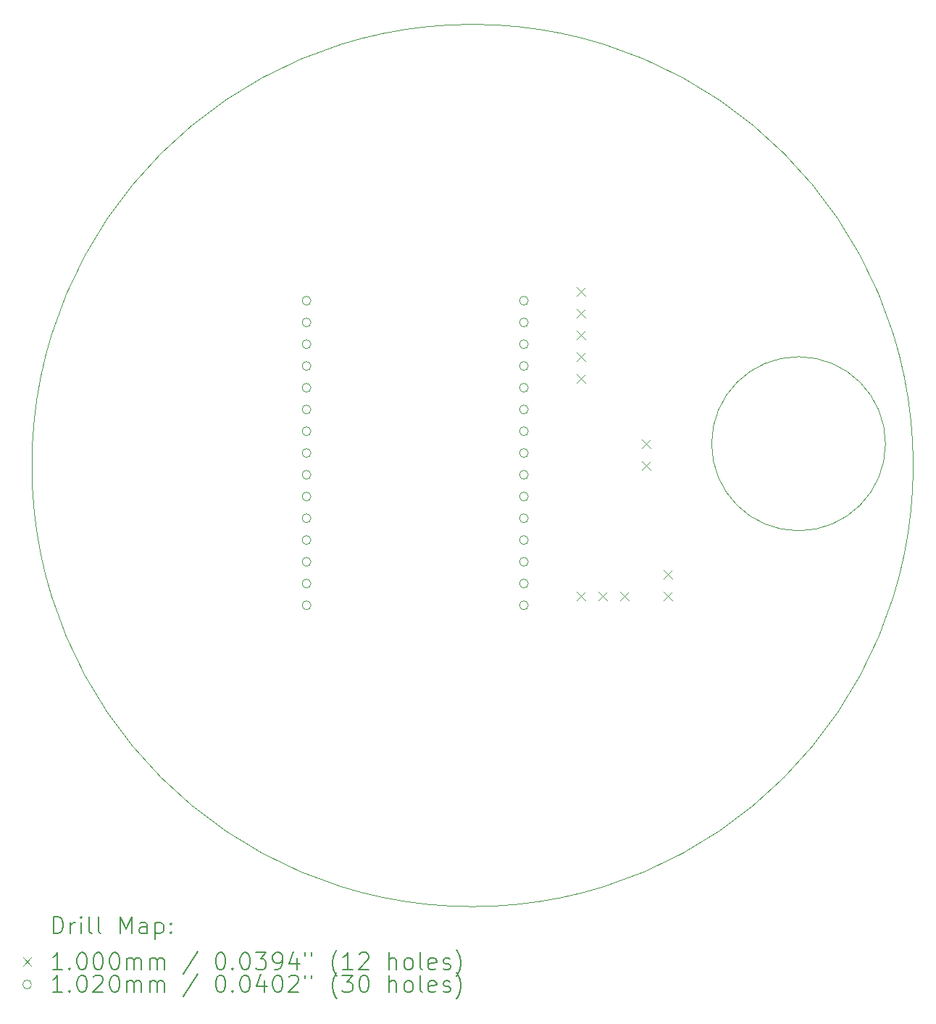
<source format=gbr>
%TF.GenerationSoftware,KiCad,Pcbnew,(6.0.9)*%
%TF.CreationDate,2023-01-15T17:57:40-06:00*%
%TF.ProjectId,URVBuoyancyEngine,55525642-756f-4796-916e-6379456e6769,rev?*%
%TF.SameCoordinates,Original*%
%TF.FileFunction,Drillmap*%
%TF.FilePolarity,Positive*%
%FSLAX45Y45*%
G04 Gerber Fmt 4.5, Leading zero omitted, Abs format (unit mm)*
G04 Created by KiCad (PCBNEW (6.0.9)) date 2023-01-15 17:57:40*
%MOMM*%
%LPD*%
G01*
G04 APERTURE LIST*
%ADD10C,0.100000*%
%ADD11C,0.200000*%
%ADD12C,0.102000*%
G04 APERTURE END LIST*
D10*
X13462000Y-8890000D02*
G75*
G03*
X13462000Y-8890000I-1016000J0D01*
G01*
X13786000Y-9144000D02*
G75*
G03*
X13786000Y-9144000I-5150000J0D01*
G01*
D11*
D10*
X9856000Y-7062000D02*
X9956000Y-7162000D01*
X9956000Y-7062000D02*
X9856000Y-7162000D01*
X9856000Y-7316000D02*
X9956000Y-7416000D01*
X9956000Y-7316000D02*
X9856000Y-7416000D01*
X9856000Y-7570000D02*
X9956000Y-7670000D01*
X9956000Y-7570000D02*
X9856000Y-7670000D01*
X9856000Y-7824000D02*
X9956000Y-7924000D01*
X9956000Y-7824000D02*
X9856000Y-7924000D01*
X9856000Y-8078000D02*
X9956000Y-8178000D01*
X9956000Y-8078000D02*
X9856000Y-8178000D01*
X9856000Y-10618000D02*
X9956000Y-10718000D01*
X9956000Y-10618000D02*
X9856000Y-10718000D01*
X10110000Y-10618000D02*
X10210000Y-10718000D01*
X10210000Y-10618000D02*
X10110000Y-10718000D01*
X10364000Y-10618000D02*
X10464000Y-10718000D01*
X10464000Y-10618000D02*
X10364000Y-10718000D01*
X10618000Y-8840000D02*
X10718000Y-8940000D01*
X10718000Y-8840000D02*
X10618000Y-8940000D01*
X10618000Y-9094000D02*
X10718000Y-9194000D01*
X10718000Y-9094000D02*
X10618000Y-9194000D01*
X10872000Y-10364000D02*
X10972000Y-10464000D01*
X10972000Y-10364000D02*
X10872000Y-10464000D01*
X10872000Y-10618000D02*
X10972000Y-10718000D01*
X10972000Y-10618000D02*
X10872000Y-10718000D01*
D12*
X6746500Y-7220000D02*
G75*
G03*
X6746500Y-7220000I-51000J0D01*
G01*
X6746500Y-7474000D02*
G75*
G03*
X6746500Y-7474000I-51000J0D01*
G01*
X6746500Y-7728000D02*
G75*
G03*
X6746500Y-7728000I-51000J0D01*
G01*
X6746500Y-7982000D02*
G75*
G03*
X6746500Y-7982000I-51000J0D01*
G01*
X6746500Y-8236000D02*
G75*
G03*
X6746500Y-8236000I-51000J0D01*
G01*
X6746500Y-8490000D02*
G75*
G03*
X6746500Y-8490000I-51000J0D01*
G01*
X6746500Y-8744000D02*
G75*
G03*
X6746500Y-8744000I-51000J0D01*
G01*
X6746500Y-8998000D02*
G75*
G03*
X6746500Y-8998000I-51000J0D01*
G01*
X6746500Y-9252000D02*
G75*
G03*
X6746500Y-9252000I-51000J0D01*
G01*
X6746500Y-9506000D02*
G75*
G03*
X6746500Y-9506000I-51000J0D01*
G01*
X6746500Y-9760000D02*
G75*
G03*
X6746500Y-9760000I-51000J0D01*
G01*
X6746500Y-10014000D02*
G75*
G03*
X6746500Y-10014000I-51000J0D01*
G01*
X6746500Y-10268000D02*
G75*
G03*
X6746500Y-10268000I-51000J0D01*
G01*
X6746500Y-10522000D02*
G75*
G03*
X6746500Y-10522000I-51000J0D01*
G01*
X6746500Y-10776000D02*
G75*
G03*
X6746500Y-10776000I-51000J0D01*
G01*
X9286500Y-7220000D02*
G75*
G03*
X9286500Y-7220000I-51000J0D01*
G01*
X9286500Y-7474000D02*
G75*
G03*
X9286500Y-7474000I-51000J0D01*
G01*
X9286500Y-7728000D02*
G75*
G03*
X9286500Y-7728000I-51000J0D01*
G01*
X9286500Y-7982000D02*
G75*
G03*
X9286500Y-7982000I-51000J0D01*
G01*
X9286500Y-8236000D02*
G75*
G03*
X9286500Y-8236000I-51000J0D01*
G01*
X9286500Y-8490000D02*
G75*
G03*
X9286500Y-8490000I-51000J0D01*
G01*
X9286500Y-8744000D02*
G75*
G03*
X9286500Y-8744000I-51000J0D01*
G01*
X9286500Y-8998000D02*
G75*
G03*
X9286500Y-8998000I-51000J0D01*
G01*
X9286500Y-9252000D02*
G75*
G03*
X9286500Y-9252000I-51000J0D01*
G01*
X9286500Y-9506000D02*
G75*
G03*
X9286500Y-9506000I-51000J0D01*
G01*
X9286500Y-9760000D02*
G75*
G03*
X9286500Y-9760000I-51000J0D01*
G01*
X9286500Y-10014000D02*
G75*
G03*
X9286500Y-10014000I-51000J0D01*
G01*
X9286500Y-10268000D02*
G75*
G03*
X9286500Y-10268000I-51000J0D01*
G01*
X9286500Y-10522000D02*
G75*
G03*
X9286500Y-10522000I-51000J0D01*
G01*
X9286500Y-10776000D02*
G75*
G03*
X9286500Y-10776000I-51000J0D01*
G01*
D11*
X3738619Y-14609476D02*
X3738619Y-14409476D01*
X3786238Y-14409476D01*
X3814809Y-14419000D01*
X3833857Y-14438048D01*
X3843381Y-14457095D01*
X3852905Y-14495190D01*
X3852905Y-14523762D01*
X3843381Y-14561857D01*
X3833857Y-14580905D01*
X3814809Y-14599952D01*
X3786238Y-14609476D01*
X3738619Y-14609476D01*
X3938619Y-14609476D02*
X3938619Y-14476143D01*
X3938619Y-14514238D02*
X3948143Y-14495190D01*
X3957667Y-14485667D01*
X3976714Y-14476143D01*
X3995762Y-14476143D01*
X4062428Y-14609476D02*
X4062428Y-14476143D01*
X4062428Y-14409476D02*
X4052905Y-14419000D01*
X4062428Y-14428524D01*
X4071952Y-14419000D01*
X4062428Y-14409476D01*
X4062428Y-14428524D01*
X4186238Y-14609476D02*
X4167190Y-14599952D01*
X4157667Y-14580905D01*
X4157667Y-14409476D01*
X4291000Y-14609476D02*
X4271952Y-14599952D01*
X4262429Y-14580905D01*
X4262429Y-14409476D01*
X4519571Y-14609476D02*
X4519571Y-14409476D01*
X4586238Y-14552333D01*
X4652905Y-14409476D01*
X4652905Y-14609476D01*
X4833857Y-14609476D02*
X4833857Y-14504714D01*
X4824333Y-14485667D01*
X4805286Y-14476143D01*
X4767190Y-14476143D01*
X4748143Y-14485667D01*
X4833857Y-14599952D02*
X4814810Y-14609476D01*
X4767190Y-14609476D01*
X4748143Y-14599952D01*
X4738619Y-14580905D01*
X4738619Y-14561857D01*
X4748143Y-14542809D01*
X4767190Y-14533286D01*
X4814810Y-14533286D01*
X4833857Y-14523762D01*
X4929095Y-14476143D02*
X4929095Y-14676143D01*
X4929095Y-14485667D02*
X4948143Y-14476143D01*
X4986238Y-14476143D01*
X5005286Y-14485667D01*
X5014810Y-14495190D01*
X5024333Y-14514238D01*
X5024333Y-14571381D01*
X5014810Y-14590428D01*
X5005286Y-14599952D01*
X4986238Y-14609476D01*
X4948143Y-14609476D01*
X4929095Y-14599952D01*
X5110048Y-14590428D02*
X5119571Y-14599952D01*
X5110048Y-14609476D01*
X5100524Y-14599952D01*
X5110048Y-14590428D01*
X5110048Y-14609476D01*
X5110048Y-14485667D02*
X5119571Y-14495190D01*
X5110048Y-14504714D01*
X5100524Y-14495190D01*
X5110048Y-14485667D01*
X5110048Y-14504714D01*
D10*
X3381000Y-14889000D02*
X3481000Y-14989000D01*
X3481000Y-14889000D02*
X3381000Y-14989000D01*
D11*
X3843381Y-15029476D02*
X3729095Y-15029476D01*
X3786238Y-15029476D02*
X3786238Y-14829476D01*
X3767190Y-14858048D01*
X3748143Y-14877095D01*
X3729095Y-14886619D01*
X3929095Y-15010428D02*
X3938619Y-15019952D01*
X3929095Y-15029476D01*
X3919571Y-15019952D01*
X3929095Y-15010428D01*
X3929095Y-15029476D01*
X4062428Y-14829476D02*
X4081476Y-14829476D01*
X4100524Y-14839000D01*
X4110048Y-14848524D01*
X4119571Y-14867571D01*
X4129095Y-14905667D01*
X4129095Y-14953286D01*
X4119571Y-14991381D01*
X4110048Y-15010428D01*
X4100524Y-15019952D01*
X4081476Y-15029476D01*
X4062428Y-15029476D01*
X4043381Y-15019952D01*
X4033857Y-15010428D01*
X4024333Y-14991381D01*
X4014809Y-14953286D01*
X4014809Y-14905667D01*
X4024333Y-14867571D01*
X4033857Y-14848524D01*
X4043381Y-14839000D01*
X4062428Y-14829476D01*
X4252905Y-14829476D02*
X4271952Y-14829476D01*
X4291000Y-14839000D01*
X4300524Y-14848524D01*
X4310048Y-14867571D01*
X4319571Y-14905667D01*
X4319571Y-14953286D01*
X4310048Y-14991381D01*
X4300524Y-15010428D01*
X4291000Y-15019952D01*
X4271952Y-15029476D01*
X4252905Y-15029476D01*
X4233857Y-15019952D01*
X4224333Y-15010428D01*
X4214810Y-14991381D01*
X4205286Y-14953286D01*
X4205286Y-14905667D01*
X4214810Y-14867571D01*
X4224333Y-14848524D01*
X4233857Y-14839000D01*
X4252905Y-14829476D01*
X4443381Y-14829476D02*
X4462429Y-14829476D01*
X4481476Y-14839000D01*
X4491000Y-14848524D01*
X4500524Y-14867571D01*
X4510048Y-14905667D01*
X4510048Y-14953286D01*
X4500524Y-14991381D01*
X4491000Y-15010428D01*
X4481476Y-15019952D01*
X4462429Y-15029476D01*
X4443381Y-15029476D01*
X4424333Y-15019952D01*
X4414810Y-15010428D01*
X4405286Y-14991381D01*
X4395762Y-14953286D01*
X4395762Y-14905667D01*
X4405286Y-14867571D01*
X4414810Y-14848524D01*
X4424333Y-14839000D01*
X4443381Y-14829476D01*
X4595762Y-15029476D02*
X4595762Y-14896143D01*
X4595762Y-14915190D02*
X4605286Y-14905667D01*
X4624333Y-14896143D01*
X4652905Y-14896143D01*
X4671952Y-14905667D01*
X4681476Y-14924714D01*
X4681476Y-15029476D01*
X4681476Y-14924714D02*
X4691000Y-14905667D01*
X4710048Y-14896143D01*
X4738619Y-14896143D01*
X4757667Y-14905667D01*
X4767190Y-14924714D01*
X4767190Y-15029476D01*
X4862429Y-15029476D02*
X4862429Y-14896143D01*
X4862429Y-14915190D02*
X4871952Y-14905667D01*
X4891000Y-14896143D01*
X4919571Y-14896143D01*
X4938619Y-14905667D01*
X4948143Y-14924714D01*
X4948143Y-15029476D01*
X4948143Y-14924714D02*
X4957667Y-14905667D01*
X4976714Y-14896143D01*
X5005286Y-14896143D01*
X5024333Y-14905667D01*
X5033857Y-14924714D01*
X5033857Y-15029476D01*
X5424333Y-14819952D02*
X5252905Y-15077095D01*
X5681476Y-14829476D02*
X5700524Y-14829476D01*
X5719571Y-14839000D01*
X5729095Y-14848524D01*
X5738619Y-14867571D01*
X5748143Y-14905667D01*
X5748143Y-14953286D01*
X5738619Y-14991381D01*
X5729095Y-15010428D01*
X5719571Y-15019952D01*
X5700524Y-15029476D01*
X5681476Y-15029476D01*
X5662428Y-15019952D01*
X5652905Y-15010428D01*
X5643381Y-14991381D01*
X5633857Y-14953286D01*
X5633857Y-14905667D01*
X5643381Y-14867571D01*
X5652905Y-14848524D01*
X5662428Y-14839000D01*
X5681476Y-14829476D01*
X5833857Y-15010428D02*
X5843381Y-15019952D01*
X5833857Y-15029476D01*
X5824333Y-15019952D01*
X5833857Y-15010428D01*
X5833857Y-15029476D01*
X5967190Y-14829476D02*
X5986238Y-14829476D01*
X6005286Y-14839000D01*
X6014809Y-14848524D01*
X6024333Y-14867571D01*
X6033857Y-14905667D01*
X6033857Y-14953286D01*
X6024333Y-14991381D01*
X6014809Y-15010428D01*
X6005286Y-15019952D01*
X5986238Y-15029476D01*
X5967190Y-15029476D01*
X5948143Y-15019952D01*
X5938619Y-15010428D01*
X5929095Y-14991381D01*
X5919571Y-14953286D01*
X5919571Y-14905667D01*
X5929095Y-14867571D01*
X5938619Y-14848524D01*
X5948143Y-14839000D01*
X5967190Y-14829476D01*
X6100524Y-14829476D02*
X6224333Y-14829476D01*
X6157667Y-14905667D01*
X6186238Y-14905667D01*
X6205286Y-14915190D01*
X6214809Y-14924714D01*
X6224333Y-14943762D01*
X6224333Y-14991381D01*
X6214809Y-15010428D01*
X6205286Y-15019952D01*
X6186238Y-15029476D01*
X6129095Y-15029476D01*
X6110048Y-15019952D01*
X6100524Y-15010428D01*
X6319571Y-15029476D02*
X6357667Y-15029476D01*
X6376714Y-15019952D01*
X6386238Y-15010428D01*
X6405286Y-14981857D01*
X6414809Y-14943762D01*
X6414809Y-14867571D01*
X6405286Y-14848524D01*
X6395762Y-14839000D01*
X6376714Y-14829476D01*
X6338619Y-14829476D01*
X6319571Y-14839000D01*
X6310048Y-14848524D01*
X6300524Y-14867571D01*
X6300524Y-14915190D01*
X6310048Y-14934238D01*
X6319571Y-14943762D01*
X6338619Y-14953286D01*
X6376714Y-14953286D01*
X6395762Y-14943762D01*
X6405286Y-14934238D01*
X6414809Y-14915190D01*
X6586238Y-14896143D02*
X6586238Y-15029476D01*
X6538619Y-14819952D02*
X6491000Y-14962809D01*
X6614809Y-14962809D01*
X6681476Y-14829476D02*
X6681476Y-14867571D01*
X6757667Y-14829476D02*
X6757667Y-14867571D01*
X7052905Y-15105667D02*
X7043381Y-15096143D01*
X7024333Y-15067571D01*
X7014809Y-15048524D01*
X7005286Y-15019952D01*
X6995762Y-14972333D01*
X6995762Y-14934238D01*
X7005286Y-14886619D01*
X7014809Y-14858048D01*
X7024333Y-14839000D01*
X7043381Y-14810428D01*
X7052905Y-14800905D01*
X7233857Y-15029476D02*
X7119571Y-15029476D01*
X7176714Y-15029476D02*
X7176714Y-14829476D01*
X7157667Y-14858048D01*
X7138619Y-14877095D01*
X7119571Y-14886619D01*
X7310048Y-14848524D02*
X7319571Y-14839000D01*
X7338619Y-14829476D01*
X7386238Y-14829476D01*
X7405286Y-14839000D01*
X7414809Y-14848524D01*
X7424333Y-14867571D01*
X7424333Y-14886619D01*
X7414809Y-14915190D01*
X7300524Y-15029476D01*
X7424333Y-15029476D01*
X7662428Y-15029476D02*
X7662428Y-14829476D01*
X7748143Y-15029476D02*
X7748143Y-14924714D01*
X7738619Y-14905667D01*
X7719571Y-14896143D01*
X7691000Y-14896143D01*
X7671952Y-14905667D01*
X7662428Y-14915190D01*
X7871952Y-15029476D02*
X7852905Y-15019952D01*
X7843381Y-15010428D01*
X7833857Y-14991381D01*
X7833857Y-14934238D01*
X7843381Y-14915190D01*
X7852905Y-14905667D01*
X7871952Y-14896143D01*
X7900524Y-14896143D01*
X7919571Y-14905667D01*
X7929095Y-14915190D01*
X7938619Y-14934238D01*
X7938619Y-14991381D01*
X7929095Y-15010428D01*
X7919571Y-15019952D01*
X7900524Y-15029476D01*
X7871952Y-15029476D01*
X8052905Y-15029476D02*
X8033857Y-15019952D01*
X8024333Y-15000905D01*
X8024333Y-14829476D01*
X8205286Y-15019952D02*
X8186238Y-15029476D01*
X8148143Y-15029476D01*
X8129095Y-15019952D01*
X8119571Y-15000905D01*
X8119571Y-14924714D01*
X8129095Y-14905667D01*
X8148143Y-14896143D01*
X8186238Y-14896143D01*
X8205286Y-14905667D01*
X8214809Y-14924714D01*
X8214809Y-14943762D01*
X8119571Y-14962809D01*
X8291000Y-15019952D02*
X8310048Y-15029476D01*
X8348143Y-15029476D01*
X8367190Y-15019952D01*
X8376714Y-15000905D01*
X8376714Y-14991381D01*
X8367190Y-14972333D01*
X8348143Y-14962809D01*
X8319571Y-14962809D01*
X8300524Y-14953286D01*
X8291000Y-14934238D01*
X8291000Y-14924714D01*
X8300524Y-14905667D01*
X8319571Y-14896143D01*
X8348143Y-14896143D01*
X8367190Y-14905667D01*
X8443381Y-15105667D02*
X8452905Y-15096143D01*
X8471952Y-15067571D01*
X8481476Y-15048524D01*
X8491000Y-15019952D01*
X8500524Y-14972333D01*
X8500524Y-14934238D01*
X8491000Y-14886619D01*
X8481476Y-14858048D01*
X8471952Y-14839000D01*
X8452905Y-14810428D01*
X8443381Y-14800905D01*
D12*
X3481000Y-15203000D02*
G75*
G03*
X3481000Y-15203000I-51000J0D01*
G01*
D11*
X3843381Y-15293476D02*
X3729095Y-15293476D01*
X3786238Y-15293476D02*
X3786238Y-15093476D01*
X3767190Y-15122048D01*
X3748143Y-15141095D01*
X3729095Y-15150619D01*
X3929095Y-15274428D02*
X3938619Y-15283952D01*
X3929095Y-15293476D01*
X3919571Y-15283952D01*
X3929095Y-15274428D01*
X3929095Y-15293476D01*
X4062428Y-15093476D02*
X4081476Y-15093476D01*
X4100524Y-15103000D01*
X4110048Y-15112524D01*
X4119571Y-15131571D01*
X4129095Y-15169667D01*
X4129095Y-15217286D01*
X4119571Y-15255381D01*
X4110048Y-15274428D01*
X4100524Y-15283952D01*
X4081476Y-15293476D01*
X4062428Y-15293476D01*
X4043381Y-15283952D01*
X4033857Y-15274428D01*
X4024333Y-15255381D01*
X4014809Y-15217286D01*
X4014809Y-15169667D01*
X4024333Y-15131571D01*
X4033857Y-15112524D01*
X4043381Y-15103000D01*
X4062428Y-15093476D01*
X4205286Y-15112524D02*
X4214810Y-15103000D01*
X4233857Y-15093476D01*
X4281476Y-15093476D01*
X4300524Y-15103000D01*
X4310048Y-15112524D01*
X4319571Y-15131571D01*
X4319571Y-15150619D01*
X4310048Y-15179190D01*
X4195762Y-15293476D01*
X4319571Y-15293476D01*
X4443381Y-15093476D02*
X4462429Y-15093476D01*
X4481476Y-15103000D01*
X4491000Y-15112524D01*
X4500524Y-15131571D01*
X4510048Y-15169667D01*
X4510048Y-15217286D01*
X4500524Y-15255381D01*
X4491000Y-15274428D01*
X4481476Y-15283952D01*
X4462429Y-15293476D01*
X4443381Y-15293476D01*
X4424333Y-15283952D01*
X4414810Y-15274428D01*
X4405286Y-15255381D01*
X4395762Y-15217286D01*
X4395762Y-15169667D01*
X4405286Y-15131571D01*
X4414810Y-15112524D01*
X4424333Y-15103000D01*
X4443381Y-15093476D01*
X4595762Y-15293476D02*
X4595762Y-15160143D01*
X4595762Y-15179190D02*
X4605286Y-15169667D01*
X4624333Y-15160143D01*
X4652905Y-15160143D01*
X4671952Y-15169667D01*
X4681476Y-15188714D01*
X4681476Y-15293476D01*
X4681476Y-15188714D02*
X4691000Y-15169667D01*
X4710048Y-15160143D01*
X4738619Y-15160143D01*
X4757667Y-15169667D01*
X4767190Y-15188714D01*
X4767190Y-15293476D01*
X4862429Y-15293476D02*
X4862429Y-15160143D01*
X4862429Y-15179190D02*
X4871952Y-15169667D01*
X4891000Y-15160143D01*
X4919571Y-15160143D01*
X4938619Y-15169667D01*
X4948143Y-15188714D01*
X4948143Y-15293476D01*
X4948143Y-15188714D02*
X4957667Y-15169667D01*
X4976714Y-15160143D01*
X5005286Y-15160143D01*
X5024333Y-15169667D01*
X5033857Y-15188714D01*
X5033857Y-15293476D01*
X5424333Y-15083952D02*
X5252905Y-15341095D01*
X5681476Y-15093476D02*
X5700524Y-15093476D01*
X5719571Y-15103000D01*
X5729095Y-15112524D01*
X5738619Y-15131571D01*
X5748143Y-15169667D01*
X5748143Y-15217286D01*
X5738619Y-15255381D01*
X5729095Y-15274428D01*
X5719571Y-15283952D01*
X5700524Y-15293476D01*
X5681476Y-15293476D01*
X5662428Y-15283952D01*
X5652905Y-15274428D01*
X5643381Y-15255381D01*
X5633857Y-15217286D01*
X5633857Y-15169667D01*
X5643381Y-15131571D01*
X5652905Y-15112524D01*
X5662428Y-15103000D01*
X5681476Y-15093476D01*
X5833857Y-15274428D02*
X5843381Y-15283952D01*
X5833857Y-15293476D01*
X5824333Y-15283952D01*
X5833857Y-15274428D01*
X5833857Y-15293476D01*
X5967190Y-15093476D02*
X5986238Y-15093476D01*
X6005286Y-15103000D01*
X6014809Y-15112524D01*
X6024333Y-15131571D01*
X6033857Y-15169667D01*
X6033857Y-15217286D01*
X6024333Y-15255381D01*
X6014809Y-15274428D01*
X6005286Y-15283952D01*
X5986238Y-15293476D01*
X5967190Y-15293476D01*
X5948143Y-15283952D01*
X5938619Y-15274428D01*
X5929095Y-15255381D01*
X5919571Y-15217286D01*
X5919571Y-15169667D01*
X5929095Y-15131571D01*
X5938619Y-15112524D01*
X5948143Y-15103000D01*
X5967190Y-15093476D01*
X6205286Y-15160143D02*
X6205286Y-15293476D01*
X6157667Y-15083952D02*
X6110048Y-15226809D01*
X6233857Y-15226809D01*
X6348143Y-15093476D02*
X6367190Y-15093476D01*
X6386238Y-15103000D01*
X6395762Y-15112524D01*
X6405286Y-15131571D01*
X6414809Y-15169667D01*
X6414809Y-15217286D01*
X6405286Y-15255381D01*
X6395762Y-15274428D01*
X6386238Y-15283952D01*
X6367190Y-15293476D01*
X6348143Y-15293476D01*
X6329095Y-15283952D01*
X6319571Y-15274428D01*
X6310048Y-15255381D01*
X6300524Y-15217286D01*
X6300524Y-15169667D01*
X6310048Y-15131571D01*
X6319571Y-15112524D01*
X6329095Y-15103000D01*
X6348143Y-15093476D01*
X6491000Y-15112524D02*
X6500524Y-15103000D01*
X6519571Y-15093476D01*
X6567190Y-15093476D01*
X6586238Y-15103000D01*
X6595762Y-15112524D01*
X6605286Y-15131571D01*
X6605286Y-15150619D01*
X6595762Y-15179190D01*
X6481476Y-15293476D01*
X6605286Y-15293476D01*
X6681476Y-15093476D02*
X6681476Y-15131571D01*
X6757667Y-15093476D02*
X6757667Y-15131571D01*
X7052905Y-15369667D02*
X7043381Y-15360143D01*
X7024333Y-15331571D01*
X7014809Y-15312524D01*
X7005286Y-15283952D01*
X6995762Y-15236333D01*
X6995762Y-15198238D01*
X7005286Y-15150619D01*
X7014809Y-15122048D01*
X7024333Y-15103000D01*
X7043381Y-15074428D01*
X7052905Y-15064905D01*
X7110048Y-15093476D02*
X7233857Y-15093476D01*
X7167190Y-15169667D01*
X7195762Y-15169667D01*
X7214809Y-15179190D01*
X7224333Y-15188714D01*
X7233857Y-15207762D01*
X7233857Y-15255381D01*
X7224333Y-15274428D01*
X7214809Y-15283952D01*
X7195762Y-15293476D01*
X7138619Y-15293476D01*
X7119571Y-15283952D01*
X7110048Y-15274428D01*
X7357667Y-15093476D02*
X7376714Y-15093476D01*
X7395762Y-15103000D01*
X7405286Y-15112524D01*
X7414809Y-15131571D01*
X7424333Y-15169667D01*
X7424333Y-15217286D01*
X7414809Y-15255381D01*
X7405286Y-15274428D01*
X7395762Y-15283952D01*
X7376714Y-15293476D01*
X7357667Y-15293476D01*
X7338619Y-15283952D01*
X7329095Y-15274428D01*
X7319571Y-15255381D01*
X7310048Y-15217286D01*
X7310048Y-15169667D01*
X7319571Y-15131571D01*
X7329095Y-15112524D01*
X7338619Y-15103000D01*
X7357667Y-15093476D01*
X7662428Y-15293476D02*
X7662428Y-15093476D01*
X7748143Y-15293476D02*
X7748143Y-15188714D01*
X7738619Y-15169667D01*
X7719571Y-15160143D01*
X7691000Y-15160143D01*
X7671952Y-15169667D01*
X7662428Y-15179190D01*
X7871952Y-15293476D02*
X7852905Y-15283952D01*
X7843381Y-15274428D01*
X7833857Y-15255381D01*
X7833857Y-15198238D01*
X7843381Y-15179190D01*
X7852905Y-15169667D01*
X7871952Y-15160143D01*
X7900524Y-15160143D01*
X7919571Y-15169667D01*
X7929095Y-15179190D01*
X7938619Y-15198238D01*
X7938619Y-15255381D01*
X7929095Y-15274428D01*
X7919571Y-15283952D01*
X7900524Y-15293476D01*
X7871952Y-15293476D01*
X8052905Y-15293476D02*
X8033857Y-15283952D01*
X8024333Y-15264905D01*
X8024333Y-15093476D01*
X8205286Y-15283952D02*
X8186238Y-15293476D01*
X8148143Y-15293476D01*
X8129095Y-15283952D01*
X8119571Y-15264905D01*
X8119571Y-15188714D01*
X8129095Y-15169667D01*
X8148143Y-15160143D01*
X8186238Y-15160143D01*
X8205286Y-15169667D01*
X8214809Y-15188714D01*
X8214809Y-15207762D01*
X8119571Y-15226809D01*
X8291000Y-15283952D02*
X8310048Y-15293476D01*
X8348143Y-15293476D01*
X8367190Y-15283952D01*
X8376714Y-15264905D01*
X8376714Y-15255381D01*
X8367190Y-15236333D01*
X8348143Y-15226809D01*
X8319571Y-15226809D01*
X8300524Y-15217286D01*
X8291000Y-15198238D01*
X8291000Y-15188714D01*
X8300524Y-15169667D01*
X8319571Y-15160143D01*
X8348143Y-15160143D01*
X8367190Y-15169667D01*
X8443381Y-15369667D02*
X8452905Y-15360143D01*
X8471952Y-15331571D01*
X8481476Y-15312524D01*
X8491000Y-15283952D01*
X8500524Y-15236333D01*
X8500524Y-15198238D01*
X8491000Y-15150619D01*
X8481476Y-15122048D01*
X8471952Y-15103000D01*
X8452905Y-15074428D01*
X8443381Y-15064905D01*
M02*

</source>
